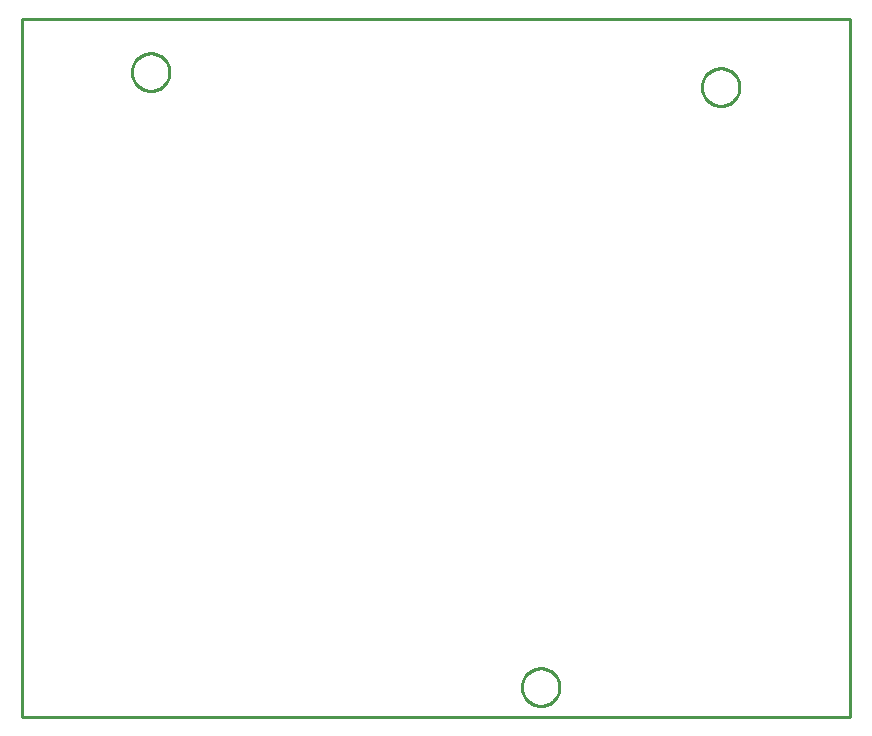
<source format=gko>
G04 EAGLE Gerber RS-274X export*
G75*
%MOMM*%
%FSLAX34Y34*%
%LPD*%
%INBoard Outline*%
%IPPOS*%
%AMOC8*
5,1,8,0,0,1.08239X$1,22.5*%
G01*
%ADD10C,0.000000*%
%ADD11C,0.254000*%


D10*
X139700Y119380D02*
X840540Y119380D01*
X840540Y710440D01*
X139700Y710440D01*
X139700Y119380D01*
X715125Y652700D02*
X715130Y653090D01*
X715144Y653479D01*
X715168Y653868D01*
X715201Y654256D01*
X715244Y654643D01*
X715297Y655029D01*
X715359Y655414D01*
X715430Y655797D01*
X715511Y656178D01*
X715601Y656557D01*
X715700Y656934D01*
X715809Y657308D01*
X715926Y657680D01*
X716053Y658048D01*
X716189Y658413D01*
X716333Y658775D01*
X716487Y659133D01*
X716649Y659487D01*
X716820Y659838D01*
X716999Y660183D01*
X717187Y660525D01*
X717384Y660861D01*
X717588Y661193D01*
X717800Y661520D01*
X718021Y661841D01*
X718249Y662157D01*
X718485Y662467D01*
X718728Y662771D01*
X718979Y663069D01*
X719237Y663361D01*
X719503Y663646D01*
X719775Y663925D01*
X720054Y664197D01*
X720339Y664463D01*
X720631Y664721D01*
X720929Y664972D01*
X721233Y665215D01*
X721543Y665451D01*
X721859Y665679D01*
X722180Y665900D01*
X722507Y666112D01*
X722839Y666316D01*
X723175Y666513D01*
X723517Y666701D01*
X723862Y666880D01*
X724213Y667051D01*
X724567Y667213D01*
X724925Y667367D01*
X725287Y667511D01*
X725652Y667647D01*
X726020Y667774D01*
X726392Y667891D01*
X726766Y668000D01*
X727143Y668099D01*
X727522Y668189D01*
X727903Y668270D01*
X728286Y668341D01*
X728671Y668403D01*
X729057Y668456D01*
X729444Y668499D01*
X729832Y668532D01*
X730221Y668556D01*
X730610Y668570D01*
X731000Y668575D01*
X731390Y668570D01*
X731779Y668556D01*
X732168Y668532D01*
X732556Y668499D01*
X732943Y668456D01*
X733329Y668403D01*
X733714Y668341D01*
X734097Y668270D01*
X734478Y668189D01*
X734857Y668099D01*
X735234Y668000D01*
X735608Y667891D01*
X735980Y667774D01*
X736348Y667647D01*
X736713Y667511D01*
X737075Y667367D01*
X737433Y667213D01*
X737787Y667051D01*
X738138Y666880D01*
X738483Y666701D01*
X738825Y666513D01*
X739161Y666316D01*
X739493Y666112D01*
X739820Y665900D01*
X740141Y665679D01*
X740457Y665451D01*
X740767Y665215D01*
X741071Y664972D01*
X741369Y664721D01*
X741661Y664463D01*
X741946Y664197D01*
X742225Y663925D01*
X742497Y663646D01*
X742763Y663361D01*
X743021Y663069D01*
X743272Y662771D01*
X743515Y662467D01*
X743751Y662157D01*
X743979Y661841D01*
X744200Y661520D01*
X744412Y661193D01*
X744616Y660861D01*
X744813Y660525D01*
X745001Y660183D01*
X745180Y659838D01*
X745351Y659487D01*
X745513Y659133D01*
X745667Y658775D01*
X745811Y658413D01*
X745947Y658048D01*
X746074Y657680D01*
X746191Y657308D01*
X746300Y656934D01*
X746399Y656557D01*
X746489Y656178D01*
X746570Y655797D01*
X746641Y655414D01*
X746703Y655029D01*
X746756Y654643D01*
X746799Y654256D01*
X746832Y653868D01*
X746856Y653479D01*
X746870Y653090D01*
X746875Y652700D01*
X746870Y652310D01*
X746856Y651921D01*
X746832Y651532D01*
X746799Y651144D01*
X746756Y650757D01*
X746703Y650371D01*
X746641Y649986D01*
X746570Y649603D01*
X746489Y649222D01*
X746399Y648843D01*
X746300Y648466D01*
X746191Y648092D01*
X746074Y647720D01*
X745947Y647352D01*
X745811Y646987D01*
X745667Y646625D01*
X745513Y646267D01*
X745351Y645913D01*
X745180Y645562D01*
X745001Y645217D01*
X744813Y644875D01*
X744616Y644539D01*
X744412Y644207D01*
X744200Y643880D01*
X743979Y643559D01*
X743751Y643243D01*
X743515Y642933D01*
X743272Y642629D01*
X743021Y642331D01*
X742763Y642039D01*
X742497Y641754D01*
X742225Y641475D01*
X741946Y641203D01*
X741661Y640937D01*
X741369Y640679D01*
X741071Y640428D01*
X740767Y640185D01*
X740457Y639949D01*
X740141Y639721D01*
X739820Y639500D01*
X739493Y639288D01*
X739161Y639084D01*
X738825Y638887D01*
X738483Y638699D01*
X738138Y638520D01*
X737787Y638349D01*
X737433Y638187D01*
X737075Y638033D01*
X736713Y637889D01*
X736348Y637753D01*
X735980Y637626D01*
X735608Y637509D01*
X735234Y637400D01*
X734857Y637301D01*
X734478Y637211D01*
X734097Y637130D01*
X733714Y637059D01*
X733329Y636997D01*
X732943Y636944D01*
X732556Y636901D01*
X732168Y636868D01*
X731779Y636844D01*
X731390Y636830D01*
X731000Y636825D01*
X730610Y636830D01*
X730221Y636844D01*
X729832Y636868D01*
X729444Y636901D01*
X729057Y636944D01*
X728671Y636997D01*
X728286Y637059D01*
X727903Y637130D01*
X727522Y637211D01*
X727143Y637301D01*
X726766Y637400D01*
X726392Y637509D01*
X726020Y637626D01*
X725652Y637753D01*
X725287Y637889D01*
X724925Y638033D01*
X724567Y638187D01*
X724213Y638349D01*
X723862Y638520D01*
X723517Y638699D01*
X723175Y638887D01*
X722839Y639084D01*
X722507Y639288D01*
X722180Y639500D01*
X721859Y639721D01*
X721543Y639949D01*
X721233Y640185D01*
X720929Y640428D01*
X720631Y640679D01*
X720339Y640937D01*
X720054Y641203D01*
X719775Y641475D01*
X719503Y641754D01*
X719237Y642039D01*
X718979Y642331D01*
X718728Y642629D01*
X718485Y642933D01*
X718249Y643243D01*
X718021Y643559D01*
X717800Y643880D01*
X717588Y644207D01*
X717384Y644539D01*
X717187Y644875D01*
X716999Y645217D01*
X716820Y645562D01*
X716649Y645913D01*
X716487Y646267D01*
X716333Y646625D01*
X716189Y646987D01*
X716053Y647352D01*
X715926Y647720D01*
X715809Y648092D01*
X715700Y648466D01*
X715601Y648843D01*
X715511Y649222D01*
X715430Y649603D01*
X715359Y649986D01*
X715297Y650371D01*
X715244Y650757D01*
X715201Y651144D01*
X715168Y651532D01*
X715144Y651921D01*
X715130Y652310D01*
X715125Y652700D01*
X232525Y665400D02*
X232530Y665790D01*
X232544Y666179D01*
X232568Y666568D01*
X232601Y666956D01*
X232644Y667343D01*
X232697Y667729D01*
X232759Y668114D01*
X232830Y668497D01*
X232911Y668878D01*
X233001Y669257D01*
X233100Y669634D01*
X233209Y670008D01*
X233326Y670380D01*
X233453Y670748D01*
X233589Y671113D01*
X233733Y671475D01*
X233887Y671833D01*
X234049Y672187D01*
X234220Y672538D01*
X234399Y672883D01*
X234587Y673225D01*
X234784Y673561D01*
X234988Y673893D01*
X235200Y674220D01*
X235421Y674541D01*
X235649Y674857D01*
X235885Y675167D01*
X236128Y675471D01*
X236379Y675769D01*
X236637Y676061D01*
X236903Y676346D01*
X237175Y676625D01*
X237454Y676897D01*
X237739Y677163D01*
X238031Y677421D01*
X238329Y677672D01*
X238633Y677915D01*
X238943Y678151D01*
X239259Y678379D01*
X239580Y678600D01*
X239907Y678812D01*
X240239Y679016D01*
X240575Y679213D01*
X240917Y679401D01*
X241262Y679580D01*
X241613Y679751D01*
X241967Y679913D01*
X242325Y680067D01*
X242687Y680211D01*
X243052Y680347D01*
X243420Y680474D01*
X243792Y680591D01*
X244166Y680700D01*
X244543Y680799D01*
X244922Y680889D01*
X245303Y680970D01*
X245686Y681041D01*
X246071Y681103D01*
X246457Y681156D01*
X246844Y681199D01*
X247232Y681232D01*
X247621Y681256D01*
X248010Y681270D01*
X248400Y681275D01*
X248790Y681270D01*
X249179Y681256D01*
X249568Y681232D01*
X249956Y681199D01*
X250343Y681156D01*
X250729Y681103D01*
X251114Y681041D01*
X251497Y680970D01*
X251878Y680889D01*
X252257Y680799D01*
X252634Y680700D01*
X253008Y680591D01*
X253380Y680474D01*
X253748Y680347D01*
X254113Y680211D01*
X254475Y680067D01*
X254833Y679913D01*
X255187Y679751D01*
X255538Y679580D01*
X255883Y679401D01*
X256225Y679213D01*
X256561Y679016D01*
X256893Y678812D01*
X257220Y678600D01*
X257541Y678379D01*
X257857Y678151D01*
X258167Y677915D01*
X258471Y677672D01*
X258769Y677421D01*
X259061Y677163D01*
X259346Y676897D01*
X259625Y676625D01*
X259897Y676346D01*
X260163Y676061D01*
X260421Y675769D01*
X260672Y675471D01*
X260915Y675167D01*
X261151Y674857D01*
X261379Y674541D01*
X261600Y674220D01*
X261812Y673893D01*
X262016Y673561D01*
X262213Y673225D01*
X262401Y672883D01*
X262580Y672538D01*
X262751Y672187D01*
X262913Y671833D01*
X263067Y671475D01*
X263211Y671113D01*
X263347Y670748D01*
X263474Y670380D01*
X263591Y670008D01*
X263700Y669634D01*
X263799Y669257D01*
X263889Y668878D01*
X263970Y668497D01*
X264041Y668114D01*
X264103Y667729D01*
X264156Y667343D01*
X264199Y666956D01*
X264232Y666568D01*
X264256Y666179D01*
X264270Y665790D01*
X264275Y665400D01*
X264270Y665010D01*
X264256Y664621D01*
X264232Y664232D01*
X264199Y663844D01*
X264156Y663457D01*
X264103Y663071D01*
X264041Y662686D01*
X263970Y662303D01*
X263889Y661922D01*
X263799Y661543D01*
X263700Y661166D01*
X263591Y660792D01*
X263474Y660420D01*
X263347Y660052D01*
X263211Y659687D01*
X263067Y659325D01*
X262913Y658967D01*
X262751Y658613D01*
X262580Y658262D01*
X262401Y657917D01*
X262213Y657575D01*
X262016Y657239D01*
X261812Y656907D01*
X261600Y656580D01*
X261379Y656259D01*
X261151Y655943D01*
X260915Y655633D01*
X260672Y655329D01*
X260421Y655031D01*
X260163Y654739D01*
X259897Y654454D01*
X259625Y654175D01*
X259346Y653903D01*
X259061Y653637D01*
X258769Y653379D01*
X258471Y653128D01*
X258167Y652885D01*
X257857Y652649D01*
X257541Y652421D01*
X257220Y652200D01*
X256893Y651988D01*
X256561Y651784D01*
X256225Y651587D01*
X255883Y651399D01*
X255538Y651220D01*
X255187Y651049D01*
X254833Y650887D01*
X254475Y650733D01*
X254113Y650589D01*
X253748Y650453D01*
X253380Y650326D01*
X253008Y650209D01*
X252634Y650100D01*
X252257Y650001D01*
X251878Y649911D01*
X251497Y649830D01*
X251114Y649759D01*
X250729Y649697D01*
X250343Y649644D01*
X249956Y649601D01*
X249568Y649568D01*
X249179Y649544D01*
X248790Y649530D01*
X248400Y649525D01*
X248010Y649530D01*
X247621Y649544D01*
X247232Y649568D01*
X246844Y649601D01*
X246457Y649644D01*
X246071Y649697D01*
X245686Y649759D01*
X245303Y649830D01*
X244922Y649911D01*
X244543Y650001D01*
X244166Y650100D01*
X243792Y650209D01*
X243420Y650326D01*
X243052Y650453D01*
X242687Y650589D01*
X242325Y650733D01*
X241967Y650887D01*
X241613Y651049D01*
X241262Y651220D01*
X240917Y651399D01*
X240575Y651587D01*
X240239Y651784D01*
X239907Y651988D01*
X239580Y652200D01*
X239259Y652421D01*
X238943Y652649D01*
X238633Y652885D01*
X238329Y653128D01*
X238031Y653379D01*
X237739Y653637D01*
X237454Y653903D01*
X237175Y654175D01*
X236903Y654454D01*
X236637Y654739D01*
X236379Y655031D01*
X236128Y655329D01*
X235885Y655633D01*
X235649Y655943D01*
X235421Y656259D01*
X235200Y656580D01*
X234988Y656907D01*
X234784Y657239D01*
X234587Y657575D01*
X234399Y657917D01*
X234220Y658262D01*
X234049Y658613D01*
X233887Y658967D01*
X233733Y659325D01*
X233589Y659687D01*
X233453Y660052D01*
X233326Y660420D01*
X233209Y660792D01*
X233100Y661166D01*
X233001Y661543D01*
X232911Y661922D01*
X232830Y662303D01*
X232759Y662686D01*
X232697Y663071D01*
X232644Y663457D01*
X232601Y663844D01*
X232568Y664232D01*
X232544Y664621D01*
X232530Y665010D01*
X232525Y665400D01*
X562725Y144700D02*
X562730Y145090D01*
X562744Y145479D01*
X562768Y145868D01*
X562801Y146256D01*
X562844Y146643D01*
X562897Y147029D01*
X562959Y147414D01*
X563030Y147797D01*
X563111Y148178D01*
X563201Y148557D01*
X563300Y148934D01*
X563409Y149308D01*
X563526Y149680D01*
X563653Y150048D01*
X563789Y150413D01*
X563933Y150775D01*
X564087Y151133D01*
X564249Y151487D01*
X564420Y151838D01*
X564599Y152183D01*
X564787Y152525D01*
X564984Y152861D01*
X565188Y153193D01*
X565400Y153520D01*
X565621Y153841D01*
X565849Y154157D01*
X566085Y154467D01*
X566328Y154771D01*
X566579Y155069D01*
X566837Y155361D01*
X567103Y155646D01*
X567375Y155925D01*
X567654Y156197D01*
X567939Y156463D01*
X568231Y156721D01*
X568529Y156972D01*
X568833Y157215D01*
X569143Y157451D01*
X569459Y157679D01*
X569780Y157900D01*
X570107Y158112D01*
X570439Y158316D01*
X570775Y158513D01*
X571117Y158701D01*
X571462Y158880D01*
X571813Y159051D01*
X572167Y159213D01*
X572525Y159367D01*
X572887Y159511D01*
X573252Y159647D01*
X573620Y159774D01*
X573992Y159891D01*
X574366Y160000D01*
X574743Y160099D01*
X575122Y160189D01*
X575503Y160270D01*
X575886Y160341D01*
X576271Y160403D01*
X576657Y160456D01*
X577044Y160499D01*
X577432Y160532D01*
X577821Y160556D01*
X578210Y160570D01*
X578600Y160575D01*
X578990Y160570D01*
X579379Y160556D01*
X579768Y160532D01*
X580156Y160499D01*
X580543Y160456D01*
X580929Y160403D01*
X581314Y160341D01*
X581697Y160270D01*
X582078Y160189D01*
X582457Y160099D01*
X582834Y160000D01*
X583208Y159891D01*
X583580Y159774D01*
X583948Y159647D01*
X584313Y159511D01*
X584675Y159367D01*
X585033Y159213D01*
X585387Y159051D01*
X585738Y158880D01*
X586083Y158701D01*
X586425Y158513D01*
X586761Y158316D01*
X587093Y158112D01*
X587420Y157900D01*
X587741Y157679D01*
X588057Y157451D01*
X588367Y157215D01*
X588671Y156972D01*
X588969Y156721D01*
X589261Y156463D01*
X589546Y156197D01*
X589825Y155925D01*
X590097Y155646D01*
X590363Y155361D01*
X590621Y155069D01*
X590872Y154771D01*
X591115Y154467D01*
X591351Y154157D01*
X591579Y153841D01*
X591800Y153520D01*
X592012Y153193D01*
X592216Y152861D01*
X592413Y152525D01*
X592601Y152183D01*
X592780Y151838D01*
X592951Y151487D01*
X593113Y151133D01*
X593267Y150775D01*
X593411Y150413D01*
X593547Y150048D01*
X593674Y149680D01*
X593791Y149308D01*
X593900Y148934D01*
X593999Y148557D01*
X594089Y148178D01*
X594170Y147797D01*
X594241Y147414D01*
X594303Y147029D01*
X594356Y146643D01*
X594399Y146256D01*
X594432Y145868D01*
X594456Y145479D01*
X594470Y145090D01*
X594475Y144700D01*
X594470Y144310D01*
X594456Y143921D01*
X594432Y143532D01*
X594399Y143144D01*
X594356Y142757D01*
X594303Y142371D01*
X594241Y141986D01*
X594170Y141603D01*
X594089Y141222D01*
X593999Y140843D01*
X593900Y140466D01*
X593791Y140092D01*
X593674Y139720D01*
X593547Y139352D01*
X593411Y138987D01*
X593267Y138625D01*
X593113Y138267D01*
X592951Y137913D01*
X592780Y137562D01*
X592601Y137217D01*
X592413Y136875D01*
X592216Y136539D01*
X592012Y136207D01*
X591800Y135880D01*
X591579Y135559D01*
X591351Y135243D01*
X591115Y134933D01*
X590872Y134629D01*
X590621Y134331D01*
X590363Y134039D01*
X590097Y133754D01*
X589825Y133475D01*
X589546Y133203D01*
X589261Y132937D01*
X588969Y132679D01*
X588671Y132428D01*
X588367Y132185D01*
X588057Y131949D01*
X587741Y131721D01*
X587420Y131500D01*
X587093Y131288D01*
X586761Y131084D01*
X586425Y130887D01*
X586083Y130699D01*
X585738Y130520D01*
X585387Y130349D01*
X585033Y130187D01*
X584675Y130033D01*
X584313Y129889D01*
X583948Y129753D01*
X583580Y129626D01*
X583208Y129509D01*
X582834Y129400D01*
X582457Y129301D01*
X582078Y129211D01*
X581697Y129130D01*
X581314Y129059D01*
X580929Y128997D01*
X580543Y128944D01*
X580156Y128901D01*
X579768Y128868D01*
X579379Y128844D01*
X578990Y128830D01*
X578600Y128825D01*
X578210Y128830D01*
X577821Y128844D01*
X577432Y128868D01*
X577044Y128901D01*
X576657Y128944D01*
X576271Y128997D01*
X575886Y129059D01*
X575503Y129130D01*
X575122Y129211D01*
X574743Y129301D01*
X574366Y129400D01*
X573992Y129509D01*
X573620Y129626D01*
X573252Y129753D01*
X572887Y129889D01*
X572525Y130033D01*
X572167Y130187D01*
X571813Y130349D01*
X571462Y130520D01*
X571117Y130699D01*
X570775Y130887D01*
X570439Y131084D01*
X570107Y131288D01*
X569780Y131500D01*
X569459Y131721D01*
X569143Y131949D01*
X568833Y132185D01*
X568529Y132428D01*
X568231Y132679D01*
X567939Y132937D01*
X567654Y133203D01*
X567375Y133475D01*
X567103Y133754D01*
X566837Y134039D01*
X566579Y134331D01*
X566328Y134629D01*
X566085Y134933D01*
X565849Y135243D01*
X565621Y135559D01*
X565400Y135880D01*
X565188Y136207D01*
X564984Y136539D01*
X564787Y136875D01*
X564599Y137217D01*
X564420Y137562D01*
X564249Y137913D01*
X564087Y138267D01*
X563933Y138625D01*
X563789Y138987D01*
X563653Y139352D01*
X563526Y139720D01*
X563409Y140092D01*
X563300Y140466D01*
X563201Y140843D01*
X563111Y141222D01*
X563030Y141603D01*
X562959Y141986D01*
X562897Y142371D01*
X562844Y142757D01*
X562801Y143144D01*
X562768Y143532D01*
X562744Y143921D01*
X562730Y144310D01*
X562725Y144700D01*
D11*
X139700Y119380D02*
X840540Y119380D01*
X840540Y710440D01*
X139700Y710440D01*
X139700Y119380D01*
X746875Y652180D02*
X746807Y651143D01*
X746671Y650113D01*
X746469Y649093D01*
X746200Y648089D01*
X745865Y647105D01*
X745468Y646145D01*
X745008Y645213D01*
X744488Y644312D01*
X743911Y643448D01*
X743278Y642624D01*
X742593Y641842D01*
X741858Y641107D01*
X741076Y640422D01*
X740252Y639789D01*
X739388Y639212D01*
X738487Y638692D01*
X737555Y638232D01*
X736595Y637835D01*
X735611Y637500D01*
X734607Y637231D01*
X733587Y637029D01*
X732557Y636893D01*
X731520Y636825D01*
X730480Y636825D01*
X729443Y636893D01*
X728413Y637029D01*
X727393Y637231D01*
X726389Y637500D01*
X725405Y637835D01*
X724445Y638232D01*
X723513Y638692D01*
X722612Y639212D01*
X721748Y639789D01*
X720924Y640422D01*
X720142Y641107D01*
X719407Y641842D01*
X718722Y642624D01*
X718089Y643448D01*
X717512Y644312D01*
X716992Y645213D01*
X716532Y646145D01*
X716135Y647105D01*
X715800Y648089D01*
X715531Y649093D01*
X715329Y650113D01*
X715193Y651143D01*
X715125Y652180D01*
X715125Y653220D01*
X715193Y654257D01*
X715329Y655287D01*
X715531Y656307D01*
X715800Y657311D01*
X716135Y658295D01*
X716532Y659255D01*
X716992Y660187D01*
X717512Y661088D01*
X718089Y661952D01*
X718722Y662776D01*
X719407Y663558D01*
X720142Y664293D01*
X720924Y664978D01*
X721748Y665611D01*
X722612Y666188D01*
X723513Y666708D01*
X724445Y667168D01*
X725405Y667565D01*
X726389Y667900D01*
X727393Y668169D01*
X728413Y668371D01*
X729443Y668507D01*
X730480Y668575D01*
X731520Y668575D01*
X732557Y668507D01*
X733587Y668371D01*
X734607Y668169D01*
X735611Y667900D01*
X736595Y667565D01*
X737555Y667168D01*
X738487Y666708D01*
X739388Y666188D01*
X740252Y665611D01*
X741076Y664978D01*
X741858Y664293D01*
X742593Y663558D01*
X743278Y662776D01*
X743911Y661952D01*
X744488Y661088D01*
X745008Y660187D01*
X745468Y659255D01*
X745865Y658295D01*
X746200Y657311D01*
X746469Y656307D01*
X746671Y655287D01*
X746807Y654257D01*
X746875Y653220D01*
X746875Y652180D01*
X264275Y664880D02*
X264207Y663843D01*
X264071Y662813D01*
X263869Y661793D01*
X263600Y660789D01*
X263265Y659805D01*
X262868Y658845D01*
X262408Y657913D01*
X261888Y657012D01*
X261311Y656148D01*
X260678Y655324D01*
X259993Y654542D01*
X259258Y653807D01*
X258476Y653122D01*
X257652Y652489D01*
X256788Y651912D01*
X255887Y651392D01*
X254955Y650932D01*
X253995Y650535D01*
X253011Y650200D01*
X252007Y649931D01*
X250987Y649729D01*
X249957Y649593D01*
X248920Y649525D01*
X247880Y649525D01*
X246843Y649593D01*
X245813Y649729D01*
X244793Y649931D01*
X243789Y650200D01*
X242805Y650535D01*
X241845Y650932D01*
X240913Y651392D01*
X240012Y651912D01*
X239148Y652489D01*
X238324Y653122D01*
X237542Y653807D01*
X236807Y654542D01*
X236122Y655324D01*
X235489Y656148D01*
X234912Y657012D01*
X234392Y657913D01*
X233932Y658845D01*
X233535Y659805D01*
X233200Y660789D01*
X232931Y661793D01*
X232729Y662813D01*
X232593Y663843D01*
X232525Y664880D01*
X232525Y665920D01*
X232593Y666957D01*
X232729Y667987D01*
X232931Y669007D01*
X233200Y670011D01*
X233535Y670995D01*
X233932Y671955D01*
X234392Y672887D01*
X234912Y673788D01*
X235489Y674652D01*
X236122Y675476D01*
X236807Y676258D01*
X237542Y676993D01*
X238324Y677678D01*
X239148Y678311D01*
X240012Y678888D01*
X240913Y679408D01*
X241845Y679868D01*
X242805Y680265D01*
X243789Y680600D01*
X244793Y680869D01*
X245813Y681071D01*
X246843Y681207D01*
X247880Y681275D01*
X248920Y681275D01*
X249957Y681207D01*
X250987Y681071D01*
X252007Y680869D01*
X253011Y680600D01*
X253995Y680265D01*
X254955Y679868D01*
X255887Y679408D01*
X256788Y678888D01*
X257652Y678311D01*
X258476Y677678D01*
X259258Y676993D01*
X259993Y676258D01*
X260678Y675476D01*
X261311Y674652D01*
X261888Y673788D01*
X262408Y672887D01*
X262868Y671955D01*
X263265Y670995D01*
X263600Y670011D01*
X263869Y669007D01*
X264071Y667987D01*
X264207Y666957D01*
X264275Y665920D01*
X264275Y664880D01*
X594475Y144180D02*
X594407Y143143D01*
X594271Y142113D01*
X594069Y141093D01*
X593800Y140089D01*
X593465Y139105D01*
X593068Y138145D01*
X592608Y137213D01*
X592088Y136312D01*
X591511Y135448D01*
X590878Y134624D01*
X590193Y133842D01*
X589458Y133107D01*
X588676Y132422D01*
X587852Y131789D01*
X586988Y131212D01*
X586087Y130692D01*
X585155Y130232D01*
X584195Y129835D01*
X583211Y129500D01*
X582207Y129231D01*
X581187Y129029D01*
X580157Y128893D01*
X579120Y128825D01*
X578080Y128825D01*
X577043Y128893D01*
X576013Y129029D01*
X574993Y129231D01*
X573989Y129500D01*
X573005Y129835D01*
X572045Y130232D01*
X571113Y130692D01*
X570212Y131212D01*
X569348Y131789D01*
X568524Y132422D01*
X567742Y133107D01*
X567007Y133842D01*
X566322Y134624D01*
X565689Y135448D01*
X565112Y136312D01*
X564592Y137213D01*
X564132Y138145D01*
X563735Y139105D01*
X563400Y140089D01*
X563131Y141093D01*
X562929Y142113D01*
X562793Y143143D01*
X562725Y144180D01*
X562725Y145220D01*
X562793Y146257D01*
X562929Y147287D01*
X563131Y148307D01*
X563400Y149311D01*
X563735Y150295D01*
X564132Y151255D01*
X564592Y152187D01*
X565112Y153088D01*
X565689Y153952D01*
X566322Y154776D01*
X567007Y155558D01*
X567742Y156293D01*
X568524Y156978D01*
X569348Y157611D01*
X570212Y158188D01*
X571113Y158708D01*
X572045Y159168D01*
X573005Y159565D01*
X573989Y159900D01*
X574993Y160169D01*
X576013Y160371D01*
X577043Y160507D01*
X578080Y160575D01*
X579120Y160575D01*
X580157Y160507D01*
X581187Y160371D01*
X582207Y160169D01*
X583211Y159900D01*
X584195Y159565D01*
X585155Y159168D01*
X586087Y158708D01*
X586988Y158188D01*
X587852Y157611D01*
X588676Y156978D01*
X589458Y156293D01*
X590193Y155558D01*
X590878Y154776D01*
X591511Y153952D01*
X592088Y153088D01*
X592608Y152187D01*
X593068Y151255D01*
X593465Y150295D01*
X593800Y149311D01*
X594069Y148307D01*
X594271Y147287D01*
X594407Y146257D01*
X594475Y145220D01*
X594475Y144180D01*
M02*

</source>
